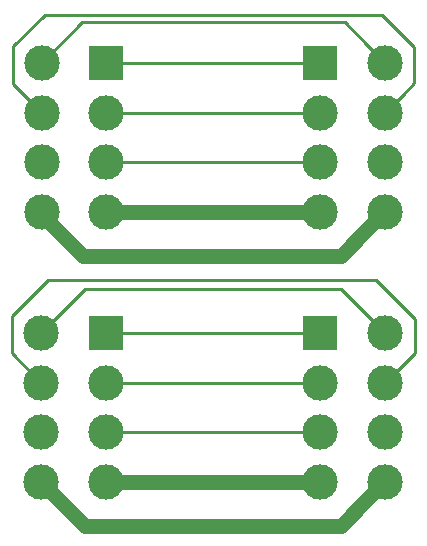
<source format=gtl>
G04 #@! TF.FileFunction,Copper,L1,Top,Signal*
%FSLAX46Y46*%
G04 Gerber Fmt 4.6, Leading zero omitted, Abs format (unit mm)*
G04 Created by KiCad (PCBNEW 4.0.7) date 03/10/18 19:58:14*
%MOMM*%
%LPD*%
G01*
G04 APERTURE LIST*
%ADD10C,0.100000*%
%ADD11R,3.000000X3.000000*%
%ADD12C,3.000000*%
%ADD13C,0.250000*%
%ADD14C,1.250000*%
G04 APERTURE END LIST*
D10*
D11*
X112891000Y-66920000D03*
D12*
X112891000Y-71120000D03*
X112891000Y-75320000D03*
X112891000Y-79520000D03*
X107391000Y-66920000D03*
X107391000Y-71120000D03*
X107391000Y-75320000D03*
X107391000Y-79520000D03*
D11*
X130981000Y-89780000D03*
D12*
X130981000Y-93980000D03*
X130981000Y-98180000D03*
X130981000Y-102380000D03*
X136481000Y-89780000D03*
X136481000Y-93980000D03*
X136481000Y-98180000D03*
X136481000Y-102380000D03*
D11*
X130981000Y-66920000D03*
D12*
X130981000Y-71120000D03*
X130981000Y-75320000D03*
X130981000Y-79520000D03*
X136481000Y-66920000D03*
X136481000Y-71120000D03*
X136481000Y-75320000D03*
X136481000Y-79520000D03*
D11*
X112841000Y-89780000D03*
D12*
X112841000Y-93980000D03*
X112841000Y-98180000D03*
X112841000Y-102380000D03*
X107341000Y-89780000D03*
X107341000Y-93980000D03*
X107341000Y-98180000D03*
X107341000Y-102380000D03*
D13*
X112891000Y-66920000D02*
X114641000Y-66920000D01*
X114641000Y-66920000D02*
X130981000Y-66920000D01*
X112891000Y-71120000D02*
X130981000Y-71120000D01*
X112891000Y-75320000D02*
X130981000Y-75320000D01*
D14*
X112891000Y-79520000D02*
X130981000Y-79520000D01*
D13*
X107391000Y-66920000D02*
X110824255Y-63486745D01*
X110824255Y-63486745D02*
X133047745Y-63486745D01*
X133047745Y-63486745D02*
X134981001Y-65420001D01*
X134981001Y-65420001D02*
X136481000Y-66920000D01*
X107391000Y-71120000D02*
X105006000Y-68735000D01*
X105006000Y-68735000D02*
X105006000Y-65500000D01*
X107681000Y-62825000D02*
X136181000Y-62825000D01*
X138952376Y-68648624D02*
X137980999Y-69620001D01*
X105006000Y-65500000D02*
X107681000Y-62825000D01*
X137980999Y-69620001D02*
X136481000Y-71120000D01*
X136181000Y-62825000D02*
X138952376Y-65596376D01*
X138952376Y-65596376D02*
X138952376Y-68648624D01*
D14*
X107391000Y-79520000D02*
X107391000Y-79781081D01*
X107391000Y-79781081D02*
X110897187Y-83287268D01*
X110897187Y-83287268D02*
X132713732Y-83287268D01*
X132713732Y-83287268D02*
X134981001Y-81019999D01*
X134981001Y-81019999D02*
X136481000Y-79520000D01*
D13*
X112841000Y-89780000D02*
X130981000Y-89780000D01*
X112841000Y-93980000D02*
X130981000Y-93980000D01*
X112841000Y-98180000D02*
X130981000Y-98180000D01*
D14*
X112841000Y-102380000D02*
X130981000Y-102380000D01*
D13*
X107341000Y-89780000D02*
X111077061Y-86043939D01*
X111077061Y-86043939D02*
X132744939Y-86043939D01*
X132744939Y-86043939D02*
X134981001Y-88280001D01*
X134981001Y-88280001D02*
X136481000Y-89780000D01*
X107341000Y-93980000D02*
X104861093Y-91500093D01*
X104861093Y-91500093D02*
X104861093Y-88351402D01*
X104861093Y-88351402D02*
X107947954Y-85264541D01*
X107947954Y-85264541D02*
X135672233Y-85264541D01*
X135672233Y-85264541D02*
X139018754Y-88611062D01*
X139018754Y-88611062D02*
X139018754Y-91442246D01*
X139018754Y-91442246D02*
X136481000Y-93980000D01*
D14*
X107341000Y-102380000D02*
X111054468Y-106093468D01*
X134981001Y-103879999D02*
X136481000Y-102380000D01*
X132767532Y-106093468D02*
X134981001Y-103879999D01*
X111054468Y-106093468D02*
X132767532Y-106093468D01*
M02*

</source>
